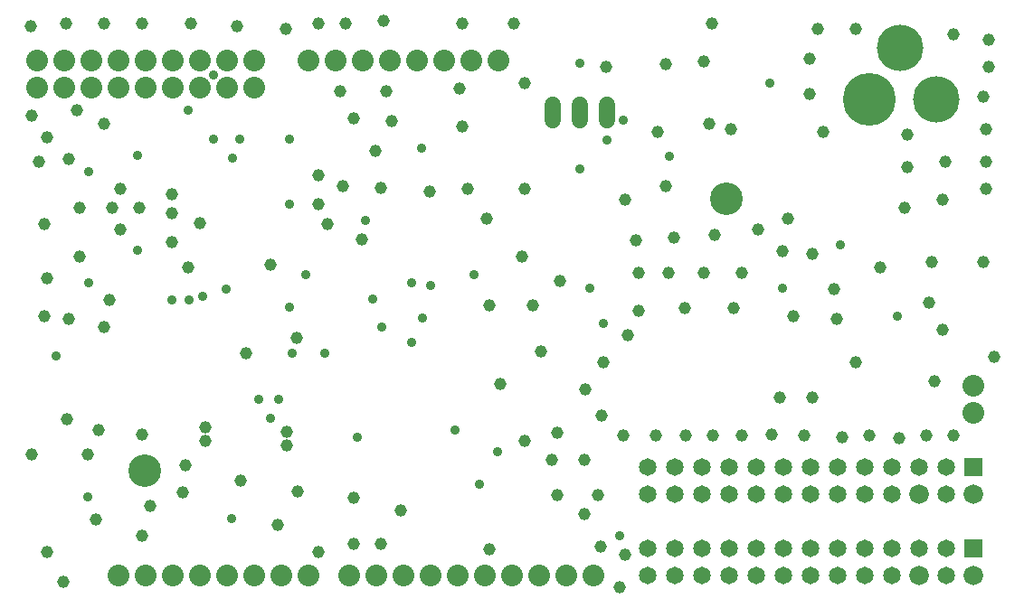
<source format=gbs>
G75*
G70*
%OFA0B0*%
%FSLAX24Y24*%
%IPPOS*%
%LPD*%
%AMOC8*
5,1,8,0,0,1.08239X$1,22.5*
%
%ADD10R,0.0651X0.0651*%
%ADD11C,0.0720*%
%ADD12C,0.0651*%
%ADD13C,0.1202*%
%ADD14C,0.0800*%
%ADD15C,0.0600*%
%ADD16C,0.1950*%
%ADD17C,0.1714*%
%ADD18C,0.0460*%
%ADD19C,0.0360*%
%ADD20C,0.0456*%
D10*
X036160Y004637D03*
X036160Y007637D03*
D11*
X036160Y006637D03*
X034160Y006637D03*
X034160Y003637D03*
X036160Y003637D03*
D12*
X035160Y003637D03*
X035160Y004637D03*
X034160Y004637D03*
X033160Y004637D03*
X032160Y004637D03*
X031160Y004637D03*
X030160Y004637D03*
X029160Y004637D03*
X028160Y004637D03*
X027160Y004637D03*
X026160Y004637D03*
X025160Y004637D03*
X024160Y004637D03*
X024160Y003637D03*
X025160Y003637D03*
X026160Y003637D03*
X027160Y003637D03*
X028160Y003637D03*
X029160Y003637D03*
X030160Y003637D03*
X031160Y003637D03*
X032160Y003637D03*
X033160Y003637D03*
X033160Y006637D03*
X032160Y006637D03*
X031160Y006637D03*
X030160Y006637D03*
X029160Y006637D03*
X028160Y006637D03*
X027160Y006637D03*
X026160Y006637D03*
X025160Y006637D03*
X024160Y006637D03*
X024160Y007637D03*
X025160Y007637D03*
X026160Y007637D03*
X027160Y007637D03*
X028160Y007637D03*
X029160Y007637D03*
X030160Y007637D03*
X031160Y007637D03*
X032160Y007637D03*
X033160Y007637D03*
X034160Y007637D03*
X035160Y007637D03*
X035160Y006637D03*
D13*
X027066Y017521D03*
X005609Y007481D03*
D14*
X005660Y003637D03*
X006660Y003637D03*
X007660Y003637D03*
X008660Y003637D03*
X009660Y003637D03*
X010660Y003637D03*
X011660Y003637D03*
X013160Y003637D03*
X014160Y003637D03*
X015160Y003637D03*
X016160Y003637D03*
X017160Y003637D03*
X018160Y003637D03*
X019160Y003637D03*
X020160Y003637D03*
X021160Y003637D03*
X022160Y003637D03*
X036160Y009627D03*
X036160Y010627D03*
X018660Y022637D03*
X017660Y022637D03*
X016660Y022637D03*
X015660Y022637D03*
X014660Y022637D03*
X013660Y022637D03*
X012660Y022637D03*
X011660Y022637D03*
X009660Y022637D03*
X008660Y022637D03*
X007660Y022637D03*
X006660Y022637D03*
X005660Y022637D03*
X004660Y022637D03*
X003660Y022637D03*
X002660Y022637D03*
X001660Y022637D03*
X001660Y021637D03*
X002660Y021637D03*
X003660Y021637D03*
X004660Y021637D03*
X005660Y021637D03*
X006660Y021637D03*
X007660Y021637D03*
X008660Y021637D03*
X009660Y021637D03*
X004660Y003637D03*
D15*
X020640Y020437D02*
X020640Y020977D01*
X021640Y020977D02*
X021640Y020437D01*
X022640Y020437D02*
X022640Y020977D01*
D16*
X032316Y021207D03*
D17*
X034776Y021207D03*
X033438Y023097D03*
D18*
X012910Y017987D03*
X012010Y018387D03*
X012010Y017337D03*
X012360Y016587D03*
X007660Y016637D03*
X006610Y016987D03*
X006610Y017687D03*
X006610Y015937D03*
X011210Y012387D03*
X007860Y009087D03*
X007860Y008587D03*
X009160Y007137D03*
X011260Y006737D03*
X010510Y005487D03*
X012010Y004487D03*
X014310Y004787D03*
X015060Y006037D03*
X010860Y008437D03*
X010860Y008937D03*
X005510Y008837D03*
X002760Y009387D03*
X001460Y008087D03*
X001460Y020587D03*
D19*
X003560Y018537D03*
X005360Y019137D03*
X008160Y019737D03*
X009110Y019737D03*
X008860Y019037D03*
X010960Y019737D03*
X008160Y022087D03*
X007210Y020787D03*
X010960Y017337D03*
X013760Y016737D03*
X011560Y014737D03*
X010960Y013537D03*
X008610Y014187D03*
X007760Y013937D03*
X007260Y013787D03*
X006610Y013787D03*
X003560Y014437D03*
X005360Y015637D03*
X002360Y011737D03*
X009810Y010137D03*
X010560Y010137D03*
X010260Y009437D03*
X013460Y008737D03*
X017060Y008987D03*
X018610Y008187D03*
X017960Y006987D03*
X023110Y005087D03*
X012260Y011837D03*
X011060Y011837D03*
X014360Y012787D03*
X015460Y012237D03*
X015860Y013137D03*
X016160Y014337D03*
X015460Y014437D03*
X014010Y013837D03*
X017760Y014737D03*
X022010Y014237D03*
X022510Y012937D03*
X029110Y014237D03*
X031260Y015837D03*
X033360Y013187D03*
X024960Y019087D03*
X022660Y019687D03*
X023260Y020437D03*
X021660Y018637D03*
X015810Y019387D03*
X021660Y022537D03*
X028660Y021787D03*
X003510Y006537D03*
X008810Y005737D03*
D20*
X002610Y003387D03*
X002010Y004487D03*
X003810Y005687D03*
X005510Y005087D03*
X005810Y006187D03*
X007010Y006687D03*
X007110Y007687D03*
X003910Y008987D03*
X003510Y008087D03*
X009360Y011837D03*
X004110Y012787D03*
X002810Y013087D03*
X001910Y013187D03*
X002010Y014587D03*
X003210Y015387D03*
X001910Y016587D03*
X003210Y017187D03*
X004410Y017187D03*
X004710Y017887D03*
X005410Y017187D03*
X004710Y016387D03*
X007210Y014987D03*
X010260Y015087D03*
X013610Y016037D03*
X016110Y017787D03*
X017510Y017887D03*
X018210Y016787D03*
X019610Y017887D03*
X019510Y015387D03*
X020910Y014487D03*
X019910Y013587D03*
X018310Y013587D03*
X020210Y011887D03*
X018710Y010687D03*
X020810Y008887D03*
X019610Y008587D03*
X020610Y007887D03*
X021810Y007887D03*
X023260Y008787D03*
X022460Y009537D03*
X021860Y010487D03*
X022510Y011487D03*
X023410Y012487D03*
X023810Y013387D03*
X025510Y013487D03*
X027310Y013487D03*
X027610Y014787D03*
X029110Y015587D03*
X030210Y015487D03*
X031010Y014187D03*
X029510Y013187D03*
X031110Y013087D03*
X031810Y011487D03*
X030210Y010187D03*
X029010Y010187D03*
X028710Y008837D03*
X027610Y008787D03*
X026560Y008787D03*
X025560Y008787D03*
X024460Y008787D03*
X022310Y006587D03*
X021810Y005887D03*
X020810Y006587D03*
X022410Y004687D03*
X023310Y004387D03*
X023110Y003187D03*
X018310Y004587D03*
X013310Y004787D03*
X013310Y006487D03*
X004310Y013787D03*
X001710Y018887D03*
X002810Y018987D03*
X002010Y019787D03*
X003110Y020787D03*
X004110Y020287D03*
X001410Y023887D03*
X002710Y023987D03*
X004110Y023987D03*
X005510Y023987D03*
X007310Y023987D03*
X009010Y023887D03*
X010810Y023787D03*
X012010Y023987D03*
X013010Y023987D03*
X014410Y024087D03*
X017310Y023987D03*
X019210Y023987D03*
X022610Y022387D03*
X024810Y022487D03*
X026210Y022587D03*
X026510Y023987D03*
X030110Y022687D03*
X030410Y023787D03*
X031810Y023787D03*
X035410Y023587D03*
X036710Y023387D03*
X036710Y022387D03*
X036510Y021287D03*
X036610Y020087D03*
X036610Y018887D03*
X035110Y018887D03*
X033710Y018687D03*
X033710Y019887D03*
X030610Y019987D03*
X030110Y021387D03*
X027210Y020087D03*
X026410Y020287D03*
X024510Y019987D03*
X024810Y017987D03*
X023310Y017487D03*
X023710Y015987D03*
X025110Y016087D03*
X026610Y016187D03*
X028210Y016387D03*
X029310Y016787D03*
X026210Y014787D03*
X024910Y014787D03*
X023810Y014787D03*
X032710Y014987D03*
X034610Y015187D03*
X036510Y015187D03*
X034510Y013687D03*
X035010Y012687D03*
X036910Y011687D03*
X034710Y010787D03*
X034410Y008787D03*
X033410Y008687D03*
X032310Y008787D03*
X031310Y008737D03*
X029910Y008787D03*
X035410Y008787D03*
X033610Y017187D03*
X035010Y017487D03*
X036610Y017887D03*
X019610Y021787D03*
X017210Y021587D03*
X017310Y020187D03*
X014710Y020387D03*
X014110Y019287D03*
X014310Y017937D03*
X013310Y020487D03*
X012810Y021487D03*
X014510Y021487D03*
M02*

</source>
